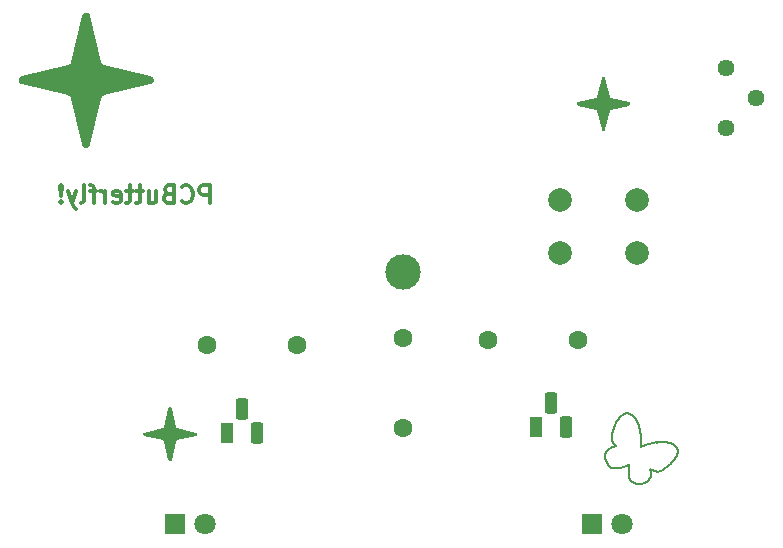
<source format=gbr>
%TF.GenerationSoftware,KiCad,Pcbnew,9.0.2*%
%TF.CreationDate,2025-06-28T05:17:50-07:00*%
%TF.ProjectId,butterfly5,62757474-6572-4666-9c79-352e6b696361,rev?*%
%TF.SameCoordinates,Original*%
%TF.FileFunction,Soldermask,Bot*%
%TF.FilePolarity,Negative*%
%FSLAX46Y46*%
G04 Gerber Fmt 4.6, Leading zero omitted, Abs format (unit mm)*
G04 Created by KiCad (PCBNEW 9.0.2) date 2025-06-28 05:17:50*
%MOMM*%
%LPD*%
G01*
G04 APERTURE LIST*
G04 Aperture macros list*
%AMRoundRect*
0 Rectangle with rounded corners*
0 $1 Rounding radius*
0 $2 $3 $4 $5 $6 $7 $8 $9 X,Y pos of 4 corners*
0 Add a 4 corners polygon primitive as box body*
4,1,4,$2,$3,$4,$5,$6,$7,$8,$9,$2,$3,0*
0 Add four circle primitives for the rounded corners*
1,1,$1+$1,$2,$3*
1,1,$1+$1,$4,$5*
1,1,$1+$1,$6,$7*
1,1,$1+$1,$8,$9*
0 Add four rect primitives between the rounded corners*
20,1,$1+$1,$2,$3,$4,$5,0*
20,1,$1+$1,$4,$5,$6,$7,0*
20,1,$1+$1,$6,$7,$8,$9,0*
20,1,$1+$1,$8,$9,$2,$3,0*%
G04 Aperture macros list end*
%ADD10C,0.000000*%
%ADD11C,0.132291*%
%ADD12C,0.300000*%
%ADD13C,1.600000*%
%ADD14R,1.800000X1.800000*%
%ADD15C,1.800000*%
%ADD16R,1.100000X1.800000*%
%ADD17RoundRect,0.275000X-0.275000X-0.625000X0.275000X-0.625000X0.275000X0.625000X-0.275000X0.625000X0*%
%ADD18C,3.000000*%
%ADD19C,2.000000*%
%ADD20C,1.440000*%
G04 APERTURE END LIST*
D10*
G36*
X128522195Y-107493469D02*
G01*
X128533954Y-107494807D01*
X128545580Y-107497036D01*
X128557008Y-107500157D01*
X128568171Y-107504170D01*
X128579003Y-107509074D01*
X128589439Y-107514870D01*
X128599411Y-107521558D01*
X128608854Y-107529138D01*
X128617702Y-107537609D01*
X128625888Y-107546972D01*
X128633346Y-107557226D01*
X128640011Y-107568373D01*
X128645815Y-107580411D01*
X128650693Y-107593340D01*
X128654579Y-107607162D01*
X129020741Y-109158908D01*
X129023502Y-109169006D01*
X129026935Y-109178798D01*
X129031013Y-109188257D01*
X129035711Y-109197358D01*
X129041002Y-109206073D01*
X129046860Y-109214377D01*
X129053260Y-109222245D01*
X129060174Y-109229649D01*
X129067578Y-109236564D01*
X129075445Y-109242964D01*
X129083749Y-109248823D01*
X129092464Y-109254115D01*
X129101564Y-109258813D01*
X129111023Y-109262892D01*
X129120815Y-109266325D01*
X129130913Y-109269087D01*
X130682663Y-109635249D01*
X130696485Y-109639134D01*
X130709415Y-109644012D01*
X130721453Y-109649817D01*
X130732600Y-109656481D01*
X130742855Y-109663940D01*
X130752218Y-109672126D01*
X130760689Y-109680973D01*
X130768269Y-109690416D01*
X130774957Y-109700389D01*
X130780753Y-109710824D01*
X130785657Y-109721657D01*
X130789670Y-109732820D01*
X130792791Y-109744248D01*
X130795020Y-109755874D01*
X130796358Y-109767632D01*
X130796804Y-109779457D01*
X130796358Y-109791282D01*
X130795020Y-109803041D01*
X130792791Y-109814667D01*
X130789670Y-109826095D01*
X130785657Y-109837258D01*
X130780753Y-109848090D01*
X130774957Y-109858526D01*
X130768269Y-109868498D01*
X130760689Y-109877941D01*
X130752218Y-109886789D01*
X130742855Y-109894975D01*
X130732600Y-109902433D01*
X130721453Y-109909098D01*
X130709415Y-109914902D01*
X130696485Y-109919780D01*
X130682663Y-109923666D01*
X129130913Y-110289828D01*
X129120815Y-110292589D01*
X129111023Y-110296022D01*
X129101564Y-110300100D01*
X129092464Y-110304798D01*
X129083749Y-110310089D01*
X129075445Y-110315947D01*
X129067578Y-110322347D01*
X129060174Y-110329261D01*
X129053260Y-110336665D01*
X129046860Y-110344532D01*
X129041002Y-110352836D01*
X129035711Y-110361551D01*
X129031013Y-110370651D01*
X129026935Y-110380110D01*
X129023502Y-110389902D01*
X129020741Y-110400000D01*
X128654579Y-111951750D01*
X128650693Y-111965572D01*
X128645815Y-111978502D01*
X128640011Y-111990540D01*
X128633346Y-112001687D01*
X128625888Y-112011942D01*
X128617702Y-112021305D01*
X128608854Y-112029776D01*
X128599411Y-112037356D01*
X128589439Y-112044044D01*
X128579003Y-112049840D01*
X128568171Y-112054744D01*
X128557008Y-112058757D01*
X128545580Y-112061878D01*
X128533954Y-112064107D01*
X128522195Y-112065445D01*
X128510370Y-112065891D01*
X128498545Y-112065445D01*
X128486787Y-112064107D01*
X128475161Y-112061878D01*
X128463733Y-112058757D01*
X128452570Y-112054744D01*
X128441737Y-112049840D01*
X128431302Y-112044044D01*
X128421329Y-112037356D01*
X128411886Y-112029776D01*
X128403039Y-112021305D01*
X128394853Y-112011942D01*
X128387394Y-112001687D01*
X128380730Y-111990540D01*
X128374925Y-111978502D01*
X128370047Y-111965572D01*
X128366162Y-111951750D01*
X128000000Y-110400000D01*
X127997238Y-110389902D01*
X127993805Y-110380110D01*
X127989726Y-110370651D01*
X127985028Y-110361551D01*
X127979736Y-110352836D01*
X127973877Y-110344532D01*
X127967477Y-110336665D01*
X127960562Y-110329261D01*
X127953158Y-110322347D01*
X127945290Y-110315947D01*
X127936986Y-110310089D01*
X127928271Y-110304798D01*
X127919170Y-110300100D01*
X127909711Y-110296022D01*
X127899919Y-110292589D01*
X127889821Y-110289828D01*
X126338075Y-109923666D01*
X126324253Y-109919780D01*
X126311324Y-109914902D01*
X126299286Y-109909098D01*
X126288139Y-109902433D01*
X126277885Y-109894975D01*
X126268522Y-109886789D01*
X126260051Y-109877941D01*
X126252471Y-109868498D01*
X126245783Y-109858526D01*
X126239987Y-109848090D01*
X126235083Y-109837258D01*
X126231070Y-109826095D01*
X126227949Y-109814667D01*
X126225720Y-109803041D01*
X126224382Y-109791282D01*
X126223937Y-109779457D01*
X126224382Y-109767632D01*
X126225720Y-109755874D01*
X126227949Y-109744248D01*
X126231070Y-109732820D01*
X126235083Y-109721657D01*
X126239987Y-109710824D01*
X126245783Y-109700389D01*
X126252471Y-109690416D01*
X126260051Y-109680973D01*
X126268522Y-109672126D01*
X126277885Y-109663940D01*
X126288139Y-109656481D01*
X126299286Y-109649817D01*
X126311324Y-109644012D01*
X126324253Y-109639134D01*
X126338075Y-109635249D01*
X127889821Y-109269087D01*
X127899919Y-109266325D01*
X127909711Y-109262892D01*
X127919170Y-109258813D01*
X127928271Y-109254115D01*
X127936986Y-109248823D01*
X127945290Y-109242964D01*
X127953158Y-109236564D01*
X127960562Y-109229649D01*
X127967477Y-109222245D01*
X127973877Y-109214377D01*
X127979736Y-109206073D01*
X127985028Y-109197358D01*
X127989726Y-109188257D01*
X127993805Y-109178798D01*
X127997238Y-109169006D01*
X128000000Y-109158908D01*
X128366162Y-107607162D01*
X128370047Y-107593340D01*
X128374925Y-107580411D01*
X128380730Y-107568373D01*
X128387394Y-107557226D01*
X128394853Y-107546972D01*
X128403039Y-107537609D01*
X128411886Y-107529138D01*
X128421329Y-107521558D01*
X128431302Y-107514870D01*
X128441737Y-107509074D01*
X128452570Y-107504170D01*
X128463733Y-107500157D01*
X128475161Y-107497036D01*
X128486787Y-107494807D01*
X128498545Y-107493469D01*
X128510370Y-107493023D01*
X128522195Y-107493469D01*
G37*
G36*
X165211825Y-79514012D02*
G01*
X165223584Y-79515350D01*
X165235210Y-79517579D01*
X165246638Y-79520700D01*
X165257801Y-79524713D01*
X165268633Y-79529617D01*
X165279069Y-79535413D01*
X165289041Y-79542101D01*
X165298484Y-79549681D01*
X165307332Y-79558152D01*
X165315518Y-79567515D01*
X165322976Y-79577769D01*
X165329641Y-79588916D01*
X165335445Y-79600954D01*
X165340323Y-79613883D01*
X165344209Y-79627705D01*
X165710371Y-81179451D01*
X165713132Y-81189549D01*
X165716565Y-81199341D01*
X165720643Y-81208800D01*
X165725341Y-81217901D01*
X165730632Y-81226616D01*
X165736490Y-81234920D01*
X165742890Y-81242788D01*
X165749804Y-81250192D01*
X165757208Y-81257107D01*
X165765075Y-81263507D01*
X165773379Y-81269366D01*
X165782094Y-81274658D01*
X165791194Y-81279356D01*
X165800653Y-81283435D01*
X165810445Y-81286868D01*
X165820543Y-81289630D01*
X167372293Y-81655792D01*
X167386115Y-81659677D01*
X167399045Y-81664555D01*
X167411083Y-81670360D01*
X167422230Y-81677024D01*
X167432485Y-81684483D01*
X167441848Y-81692669D01*
X167450319Y-81701516D01*
X167457899Y-81710959D01*
X167464587Y-81720932D01*
X167470383Y-81731367D01*
X167475287Y-81742200D01*
X167479300Y-81753363D01*
X167482421Y-81764791D01*
X167484650Y-81776417D01*
X167485988Y-81788175D01*
X167486434Y-81800000D01*
X167485988Y-81811825D01*
X167484650Y-81823584D01*
X167482421Y-81835210D01*
X167479300Y-81846638D01*
X167475287Y-81857801D01*
X167470383Y-81868633D01*
X167464587Y-81879069D01*
X167457899Y-81889041D01*
X167450319Y-81898484D01*
X167441848Y-81907332D01*
X167432485Y-81915518D01*
X167422230Y-81922976D01*
X167411083Y-81929641D01*
X167399045Y-81935445D01*
X167386115Y-81940323D01*
X167372293Y-81944209D01*
X165820543Y-82310371D01*
X165810445Y-82313132D01*
X165800653Y-82316565D01*
X165791194Y-82320643D01*
X165782094Y-82325341D01*
X165773379Y-82330632D01*
X165765075Y-82336490D01*
X165757208Y-82342890D01*
X165749804Y-82349804D01*
X165742890Y-82357208D01*
X165736490Y-82365075D01*
X165730632Y-82373379D01*
X165725341Y-82382094D01*
X165720643Y-82391194D01*
X165716565Y-82400653D01*
X165713132Y-82410445D01*
X165710371Y-82420543D01*
X165344209Y-83972293D01*
X165340323Y-83986115D01*
X165335445Y-83999045D01*
X165329641Y-84011083D01*
X165322976Y-84022230D01*
X165315518Y-84032485D01*
X165307332Y-84041848D01*
X165298484Y-84050319D01*
X165289041Y-84057899D01*
X165279069Y-84064587D01*
X165268633Y-84070383D01*
X165257801Y-84075287D01*
X165246638Y-84079300D01*
X165235210Y-84082421D01*
X165223584Y-84084650D01*
X165211825Y-84085988D01*
X165200000Y-84086434D01*
X165188175Y-84085988D01*
X165176417Y-84084650D01*
X165164791Y-84082421D01*
X165153363Y-84079300D01*
X165142200Y-84075287D01*
X165131367Y-84070383D01*
X165120932Y-84064587D01*
X165110959Y-84057899D01*
X165101516Y-84050319D01*
X165092669Y-84041848D01*
X165084483Y-84032485D01*
X165077024Y-84022230D01*
X165070360Y-84011083D01*
X165064555Y-83999045D01*
X165059677Y-83986115D01*
X165055792Y-83972293D01*
X164689630Y-82420543D01*
X164686868Y-82410445D01*
X164683435Y-82400653D01*
X164679356Y-82391194D01*
X164674658Y-82382094D01*
X164669366Y-82373379D01*
X164663507Y-82365075D01*
X164657107Y-82357208D01*
X164650192Y-82349804D01*
X164642788Y-82342890D01*
X164634920Y-82336490D01*
X164626616Y-82330632D01*
X164617901Y-82325341D01*
X164608800Y-82320643D01*
X164599341Y-82316565D01*
X164589549Y-82313132D01*
X164579451Y-82310371D01*
X163027705Y-81944209D01*
X163013883Y-81940323D01*
X163000954Y-81935445D01*
X162988916Y-81929641D01*
X162977769Y-81922976D01*
X162967515Y-81915518D01*
X162958152Y-81907332D01*
X162949681Y-81898484D01*
X162942101Y-81889041D01*
X162935413Y-81879069D01*
X162929617Y-81868633D01*
X162924713Y-81857801D01*
X162920700Y-81846638D01*
X162917579Y-81835210D01*
X162915350Y-81823584D01*
X162914012Y-81811825D01*
X162913567Y-81800000D01*
X162914012Y-81788175D01*
X162915350Y-81776417D01*
X162917579Y-81764791D01*
X162920700Y-81753363D01*
X162924713Y-81742200D01*
X162929617Y-81731367D01*
X162935413Y-81720932D01*
X162942101Y-81710959D01*
X162949681Y-81701516D01*
X162958152Y-81692669D01*
X162967515Y-81684483D01*
X162977769Y-81677024D01*
X162988916Y-81670360D01*
X163000954Y-81664555D01*
X163013883Y-81659677D01*
X163027705Y-81655792D01*
X164579451Y-81289630D01*
X164589549Y-81286868D01*
X164599341Y-81283435D01*
X164608800Y-81279356D01*
X164617901Y-81274658D01*
X164626616Y-81269366D01*
X164634920Y-81263507D01*
X164642788Y-81257107D01*
X164650192Y-81250192D01*
X164657107Y-81242788D01*
X164663507Y-81234920D01*
X164669366Y-81226616D01*
X164674658Y-81217901D01*
X164679356Y-81208800D01*
X164683435Y-81199341D01*
X164686868Y-81189549D01*
X164689630Y-81179451D01*
X165055792Y-79627705D01*
X165059677Y-79613883D01*
X165064555Y-79600954D01*
X165070360Y-79588916D01*
X165077024Y-79577769D01*
X165084483Y-79567515D01*
X165092669Y-79558152D01*
X165101516Y-79549681D01*
X165110959Y-79542101D01*
X165120932Y-79535413D01*
X165131367Y-79529617D01*
X165142200Y-79524713D01*
X165153363Y-79520700D01*
X165164791Y-79517579D01*
X165176417Y-79515350D01*
X165188175Y-79514012D01*
X165200000Y-79513566D01*
X165211825Y-79514012D01*
G37*
D11*
X167208542Y-108002497D02*
X167247352Y-108005529D01*
X167286482Y-108011276D01*
X167325914Y-108019821D01*
X167365625Y-108031248D01*
X167402945Y-108044205D01*
X167439276Y-108058556D01*
X167474629Y-108074248D01*
X167509018Y-108091225D01*
X167542454Y-108109435D01*
X167574952Y-108128821D01*
X167606523Y-108149330D01*
X167637181Y-108170908D01*
X167666938Y-108193501D01*
X167695806Y-108217053D01*
X167750929Y-108266819D01*
X167802653Y-108319774D01*
X167851077Y-108375481D01*
X167896306Y-108433507D01*
X167938439Y-108493416D01*
X167977580Y-108554774D01*
X168013829Y-108617147D01*
X168047289Y-108680099D01*
X168078061Y-108743197D01*
X168106248Y-108806004D01*
X168131951Y-108868087D01*
X168155593Y-108929881D01*
X168177061Y-108990517D01*
X168196445Y-109049602D01*
X168213833Y-109106743D01*
X168229316Y-109161548D01*
X168242984Y-109213625D01*
X168254927Y-109262581D01*
X168265235Y-109308023D01*
X168274018Y-109349658D01*
X168281354Y-109387068D01*
X168287332Y-109419864D01*
X168292037Y-109447657D01*
X168293938Y-109459568D01*
X168295559Y-109470087D01*
X168297990Y-109486763D01*
X168298828Y-109492817D01*
X168299419Y-109497293D01*
X168299604Y-109498801D01*
X168300133Y-109501434D01*
X168302805Y-109515470D01*
X168306989Y-109537725D01*
X168312463Y-109567381D01*
X168326403Y-109645570D01*
X168334441Y-109692447D01*
X168342903Y-109743395D01*
X168360209Y-109854054D01*
X168376685Y-109971583D01*
X168384054Y-110030795D01*
X168390545Y-110089169D01*
X168395935Y-110145855D01*
X168400000Y-110200000D01*
X168403008Y-110259794D01*
X168404786Y-110322547D01*
X168405480Y-110387298D01*
X168405236Y-110453084D01*
X168402515Y-110583913D01*
X168397791Y-110707338D01*
X168393156Y-110798940D01*
X168388530Y-110876553D01*
X169006293Y-110623069D01*
X169010963Y-110621137D01*
X169015897Y-110619946D01*
X169689830Y-110457506D01*
X169694104Y-110456487D01*
X169698482Y-110456024D01*
X169705348Y-110521813D01*
X169698509Y-110456024D01*
X169698514Y-110456024D01*
X169698521Y-110456024D01*
X169698525Y-110456023D01*
X169698529Y-110456023D01*
X169698533Y-110456023D01*
X169698537Y-110456022D01*
X169698541Y-110456022D01*
X169698546Y-110456021D01*
X169698551Y-110456020D01*
X169698555Y-110456018D01*
X169698560Y-110456017D01*
X169698565Y-110456015D01*
X169698570Y-110456013D01*
X169698575Y-110456011D01*
X169698585Y-110456010D01*
X169698596Y-110456010D01*
X169698617Y-110456008D01*
X169698641Y-110456006D01*
X169698666Y-110456002D01*
X169698786Y-110455984D01*
X169699527Y-110455918D01*
X169700688Y-110455794D01*
X169701425Y-110455719D01*
X169702266Y-110455640D01*
X169706642Y-110455215D01*
X169712625Y-110454661D01*
X169729210Y-110453186D01*
X169751651Y-110451354D01*
X169779586Y-110449265D01*
X169812667Y-110447046D01*
X169850524Y-110444815D01*
X169892792Y-110442689D01*
X169989122Y-110439220D01*
X170042517Y-110438115D01*
X170098911Y-110437591D01*
X170157938Y-110437766D01*
X170219230Y-110438762D01*
X170282422Y-110440698D01*
X170347148Y-110443694D01*
X170413002Y-110447865D01*
X170479829Y-110453349D01*
X170547250Y-110460276D01*
X170614887Y-110468774D01*
X170682359Y-110478972D01*
X170749289Y-110490999D01*
X170815297Y-110504985D01*
X170880006Y-110521059D01*
X170911612Y-110529876D01*
X170942915Y-110539306D01*
X170973855Y-110549374D01*
X171004372Y-110560101D01*
X171034406Y-110571511D01*
X171063897Y-110583627D01*
X171092786Y-110596471D01*
X171121011Y-110610068D01*
X171148514Y-110624439D01*
X171175234Y-110639608D01*
X171201112Y-110655598D01*
X171226087Y-110672432D01*
X171250099Y-110690132D01*
X171273089Y-110708723D01*
X171294996Y-110728227D01*
X171315761Y-110748666D01*
X171344953Y-110780896D01*
X171371240Y-110813978D01*
X171394689Y-110847863D01*
X171415367Y-110882503D01*
X171433341Y-110917848D01*
X171448676Y-110953851D01*
X171461440Y-110990461D01*
X171471698Y-111027631D01*
X171479518Y-111065312D01*
X171484967Y-111103454D01*
X171488110Y-111142009D01*
X171489014Y-111180928D01*
X171487746Y-111220163D01*
X171484372Y-111259663D01*
X171478959Y-111299382D01*
X171471574Y-111339269D01*
X171462430Y-111378740D01*
X171451500Y-111418347D01*
X171438847Y-111458056D01*
X171424536Y-111497835D01*
X171408629Y-111537651D01*
X171391191Y-111577471D01*
X171372285Y-111617263D01*
X171351974Y-111656992D01*
X171330323Y-111696628D01*
X171307394Y-111736136D01*
X171283252Y-111775484D01*
X171257959Y-111814639D01*
X171231580Y-111853569D01*
X171204179Y-111892239D01*
X171175817Y-111930618D01*
X171146560Y-111968673D01*
X171085445Y-112043880D01*
X171021028Y-112117902D01*
X170953732Y-112190482D01*
X170883979Y-112261361D01*
X170812192Y-112330284D01*
X170738793Y-112396992D01*
X170664205Y-112461228D01*
X170588852Y-112522734D01*
X170513154Y-112581253D01*
X170437536Y-112636529D01*
X170362420Y-112688303D01*
X170288227Y-112736318D01*
X170215382Y-112780316D01*
X170144307Y-112820041D01*
X170075424Y-112855235D01*
X170009156Y-112885640D01*
X169982514Y-112896374D01*
X169955797Y-112905691D01*
X169929023Y-112913634D01*
X169902211Y-112920247D01*
X169875380Y-112925573D01*
X169848548Y-112929656D01*
X169794955Y-112934263D01*
X169741581Y-112934417D01*
X169688574Y-112930464D01*
X169636084Y-112922752D01*
X169584258Y-112911627D01*
X169533246Y-112897436D01*
X169483196Y-112880528D01*
X169434256Y-112861248D01*
X169386575Y-112839944D01*
X169340301Y-112816963D01*
X169295583Y-112792652D01*
X169252571Y-112767358D01*
X169211411Y-112741429D01*
X169190295Y-112727474D01*
X169169622Y-112713383D01*
X169149407Y-112699202D01*
X169129668Y-112684980D01*
X169131150Y-112688406D01*
X169146346Y-112725208D01*
X169161056Y-112763456D01*
X169175058Y-112802997D01*
X169188134Y-112843673D01*
X169200062Y-112885330D01*
X169210622Y-112927813D01*
X169219595Y-112970965D01*
X169226760Y-113014632D01*
X169231897Y-113058659D01*
X169234785Y-113102889D01*
X169235205Y-113147167D01*
X169232937Y-113191339D01*
X169227759Y-113235248D01*
X169219453Y-113278739D01*
X169207798Y-113321658D01*
X169200645Y-113342853D01*
X169192573Y-113363847D01*
X169168886Y-113417023D01*
X169142279Y-113468046D01*
X169112893Y-113516880D01*
X169080864Y-113563493D01*
X169046332Y-113607850D01*
X169009434Y-113649917D01*
X168970310Y-113689661D01*
X168929096Y-113727046D01*
X168885933Y-113762041D01*
X168840957Y-113794609D01*
X168794309Y-113824717D01*
X168746125Y-113852332D01*
X168696544Y-113877419D01*
X168645705Y-113899945D01*
X168593747Y-113919875D01*
X168540806Y-113937175D01*
X168487023Y-113951811D01*
X168432535Y-113963750D01*
X168377480Y-113972957D01*
X168321997Y-113979398D01*
X168266225Y-113983040D01*
X168210301Y-113983848D01*
X168154365Y-113981789D01*
X168098554Y-113976828D01*
X168043007Y-113968931D01*
X167987862Y-113958065D01*
X167933258Y-113944195D01*
X167879333Y-113927287D01*
X167826225Y-113907308D01*
X167774073Y-113884223D01*
X167723015Y-113857999D01*
X167673190Y-113828601D01*
X167645737Y-113810113D01*
X167619726Y-113790235D01*
X167595120Y-113769037D01*
X167571882Y-113746589D01*
X167549978Y-113722960D01*
X167529370Y-113698219D01*
X167510022Y-113672438D01*
X167491897Y-113645685D01*
X167474960Y-113618030D01*
X167459175Y-113589543D01*
X167444504Y-113560293D01*
X167430912Y-113530350D01*
X167418363Y-113499784D01*
X167406820Y-113468664D01*
X167396246Y-113437061D01*
X167386606Y-113405043D01*
X167377829Y-113372556D01*
X167369871Y-113339611D01*
X167362706Y-113306262D01*
X167356303Y-113272562D01*
X167350634Y-113238563D01*
X167345670Y-113204319D01*
X167337743Y-113135304D01*
X167332290Y-113065940D01*
X167329082Y-112996651D01*
X167327888Y-112927860D01*
X167328477Y-112859988D01*
X167330637Y-112793098D01*
X167334160Y-112727650D01*
X167338836Y-112664046D01*
X167344458Y-112602684D01*
X167350817Y-112543966D01*
X167357703Y-112488290D01*
X167372226Y-112387667D01*
X167377622Y-112354371D01*
X167382889Y-112323545D01*
X167346932Y-112341810D01*
X167327540Y-112351486D01*
X167307244Y-112361474D01*
X167259062Y-112384636D01*
X167206869Y-112408891D01*
X167151025Y-112433890D01*
X167091887Y-112459282D01*
X167029815Y-112484715D01*
X166965167Y-112509838D01*
X166898302Y-112534302D01*
X166829579Y-112557755D01*
X166759420Y-112579828D01*
X166687834Y-112600272D01*
X166615196Y-112618706D01*
X166541882Y-112634747D01*
X166468269Y-112648014D01*
X166431468Y-112653488D01*
X166394733Y-112658126D01*
X166358111Y-112661880D01*
X166321650Y-112664701D01*
X166285396Y-112666544D01*
X166249397Y-112667358D01*
X166213628Y-112667098D01*
X166178041Y-112665700D01*
X166142697Y-112663105D01*
X166107661Y-112659251D01*
X166072994Y-112654079D01*
X166038759Y-112647527D01*
X166005021Y-112639536D01*
X165971841Y-112630044D01*
X165939282Y-112618991D01*
X165907407Y-112606316D01*
X165876280Y-112591960D01*
X165845963Y-112575860D01*
X165816519Y-112557958D01*
X165788010Y-112538192D01*
X165760501Y-112516501D01*
X165734053Y-112492826D01*
X165693746Y-112452646D01*
X165655175Y-112410656D01*
X165618424Y-112366988D01*
X165583575Y-112321771D01*
X165550710Y-112275137D01*
X165519912Y-112227217D01*
X165491263Y-112178142D01*
X165464847Y-112128043D01*
X165440745Y-112077051D01*
X165419041Y-112025297D01*
X165399817Y-111972911D01*
X165383155Y-111920026D01*
X165369139Y-111866771D01*
X165357850Y-111813278D01*
X165349372Y-111759677D01*
X165343786Y-111706101D01*
X165341173Y-111652076D01*
X165341703Y-111598327D01*
X165345458Y-111545007D01*
X165352519Y-111492267D01*
X165362970Y-111440260D01*
X165376893Y-111389140D01*
X165394369Y-111339057D01*
X165415481Y-111290166D01*
X165440312Y-111242618D01*
X165468944Y-111196566D01*
X165501458Y-111152163D01*
X165537938Y-111109560D01*
X165578465Y-111068912D01*
X165623122Y-111030370D01*
X165671991Y-110994086D01*
X165725154Y-110960214D01*
X165763251Y-110938397D01*
X165800869Y-110918095D01*
X165837990Y-110899261D01*
X165874597Y-110881848D01*
X165910672Y-110865809D01*
X165946199Y-110851096D01*
X165981158Y-110837663D01*
X166015533Y-110825463D01*
X166049307Y-110814449D01*
X166082462Y-110804574D01*
X166114980Y-110795790D01*
X166146844Y-110788051D01*
X166178037Y-110781310D01*
X166208540Y-110775520D01*
X166267411Y-110766605D01*
X166251693Y-110755161D01*
X166236034Y-110743224D01*
X166220461Y-110730785D01*
X166204998Y-110717831D01*
X166189669Y-110704352D01*
X166174500Y-110690336D01*
X166159516Y-110675774D01*
X166144742Y-110660653D01*
X166121745Y-110635448D01*
X166099502Y-110608853D01*
X166078103Y-110580838D01*
X166057638Y-110551372D01*
X166038197Y-110520424D01*
X166019869Y-110487965D01*
X166002746Y-110453964D01*
X165986917Y-110418390D01*
X165972472Y-110381214D01*
X165959501Y-110342405D01*
X165948094Y-110301932D01*
X165938342Y-110259766D01*
X165930334Y-110215875D01*
X165924160Y-110170230D01*
X165919911Y-110122800D01*
X165917677Y-110073555D01*
X165917956Y-110001953D01*
X165922038Y-109926206D01*
X165929818Y-109846782D01*
X165941190Y-109764152D01*
X165956052Y-109678783D01*
X165974299Y-109591144D01*
X165995826Y-109501705D01*
X166020529Y-109410933D01*
X166048304Y-109319298D01*
X166079047Y-109227269D01*
X166112652Y-109135313D01*
X166149017Y-109043901D01*
X166188037Y-108953501D01*
X166229607Y-108864582D01*
X166273623Y-108777612D01*
X166319981Y-108693060D01*
X166344097Y-108651683D01*
X166368838Y-108610964D01*
X166394195Y-108570971D01*
X166420158Y-108531771D01*
X166446718Y-108493430D01*
X166473866Y-108456015D01*
X166501592Y-108419593D01*
X166529886Y-108384231D01*
X166558738Y-108349995D01*
X166588140Y-108316952D01*
X166618082Y-108285169D01*
X166648554Y-108254713D01*
X166679546Y-108225650D01*
X166711049Y-108198047D01*
X166743054Y-108171971D01*
X166775551Y-108147488D01*
X166808865Y-108124453D01*
X166842752Y-108103131D01*
X166877191Y-108083605D01*
X166912162Y-108065960D01*
X166947644Y-108050278D01*
X166983614Y-108036643D01*
X167020054Y-108025139D01*
X167056940Y-108015849D01*
X167094254Y-108008856D01*
X167131972Y-108004244D01*
X167170076Y-108002097D01*
X167208542Y-108002497D01*
D10*
G36*
X121429562Y-74085030D02*
G01*
X121458959Y-74088374D01*
X121488024Y-74093947D01*
X121516594Y-74101750D01*
X121544502Y-74111782D01*
X121571583Y-74124043D01*
X121597671Y-74138533D01*
X121622602Y-74155252D01*
X121646210Y-74174201D01*
X121668329Y-74195379D01*
X121688794Y-74218786D01*
X121707440Y-74244423D01*
X121724101Y-74272289D01*
X121738612Y-74302384D01*
X121750807Y-74334708D01*
X121760521Y-74369262D01*
X122675926Y-78248626D01*
X122682830Y-78273873D01*
X122691412Y-78298353D01*
X122701607Y-78322001D01*
X122713351Y-78344751D01*
X122726579Y-78366540D01*
X122741225Y-78387301D01*
X122757223Y-78406969D01*
X122774510Y-78425480D01*
X122793020Y-78442768D01*
X122812687Y-78458768D01*
X122833447Y-78473415D01*
X122855235Y-78486644D01*
X122877985Y-78498389D01*
X122901632Y-78508586D01*
X122926112Y-78517169D01*
X122951358Y-78524074D01*
X126830732Y-79439478D01*
X126865286Y-79449193D01*
X126897611Y-79461388D01*
X126927707Y-79475899D01*
X126955574Y-79492560D01*
X126981211Y-79511206D01*
X127004619Y-79531671D01*
X127025797Y-79553790D01*
X127044746Y-79577398D01*
X127061466Y-79602329D01*
X127075957Y-79628417D01*
X127088218Y-79655498D01*
X127098250Y-79683406D01*
X127106052Y-79711976D01*
X127111626Y-79741042D01*
X127114970Y-79770438D01*
X127116084Y-79800000D01*
X127114970Y-79829562D01*
X127111626Y-79858959D01*
X127106052Y-79888024D01*
X127098250Y-79916594D01*
X127088218Y-79944502D01*
X127075957Y-79971583D01*
X127061466Y-79997671D01*
X127044746Y-80022602D01*
X127025797Y-80046210D01*
X127004619Y-80068329D01*
X126981211Y-80088794D01*
X126955574Y-80107440D01*
X126927707Y-80124101D01*
X126897611Y-80138612D01*
X126865286Y-80150807D01*
X126830732Y-80160521D01*
X122951358Y-81075926D01*
X122926112Y-81082830D01*
X122901632Y-81091412D01*
X122877985Y-81101607D01*
X122855235Y-81113351D01*
X122833447Y-81126579D01*
X122812687Y-81141225D01*
X122793020Y-81157223D01*
X122774510Y-81174510D01*
X122757223Y-81193020D01*
X122741225Y-81212687D01*
X122726579Y-81233447D01*
X122713351Y-81255235D01*
X122701607Y-81277985D01*
X122691412Y-81301632D01*
X122682830Y-81326112D01*
X122675926Y-81351358D01*
X121760521Y-85230732D01*
X121750807Y-85265286D01*
X121738612Y-85297611D01*
X121724101Y-85327707D01*
X121707440Y-85355574D01*
X121688794Y-85381211D01*
X121668329Y-85404619D01*
X121646210Y-85425797D01*
X121622602Y-85444746D01*
X121597671Y-85461466D01*
X121571583Y-85475957D01*
X121544502Y-85488218D01*
X121516594Y-85498250D01*
X121488024Y-85506052D01*
X121458959Y-85511626D01*
X121429562Y-85514970D01*
X121400000Y-85516084D01*
X121370438Y-85514970D01*
X121341042Y-85511626D01*
X121311976Y-85506052D01*
X121283406Y-85498250D01*
X121255498Y-85488218D01*
X121228417Y-85475957D01*
X121202329Y-85461466D01*
X121177398Y-85444746D01*
X121153790Y-85425797D01*
X121131671Y-85404619D01*
X121111206Y-85381211D01*
X121092560Y-85355574D01*
X121075899Y-85327707D01*
X121061388Y-85297611D01*
X121049193Y-85265286D01*
X121039478Y-85230732D01*
X120124074Y-81351358D01*
X120117169Y-81326112D01*
X120108586Y-81301632D01*
X120098389Y-81277985D01*
X120086644Y-81255235D01*
X120073415Y-81233447D01*
X120058768Y-81212687D01*
X120042768Y-81193020D01*
X120025480Y-81174510D01*
X120006969Y-81157223D01*
X119987301Y-81141225D01*
X119966540Y-81126579D01*
X119944751Y-81113351D01*
X119922001Y-81101607D01*
X119898353Y-81091412D01*
X119873873Y-81082830D01*
X119848626Y-81075926D01*
X115969262Y-80160521D01*
X115934708Y-80150807D01*
X115902384Y-80138612D01*
X115872289Y-80124101D01*
X115844423Y-80107440D01*
X115818786Y-80088794D01*
X115795379Y-80068329D01*
X115774201Y-80046210D01*
X115755252Y-80022602D01*
X115738533Y-79997671D01*
X115724043Y-79971583D01*
X115711782Y-79944502D01*
X115701750Y-79916594D01*
X115693947Y-79888024D01*
X115688374Y-79858959D01*
X115685030Y-79829562D01*
X115683916Y-79800000D01*
X115685030Y-79770438D01*
X115688374Y-79741042D01*
X115693947Y-79711976D01*
X115701750Y-79683406D01*
X115711782Y-79655498D01*
X115724043Y-79628417D01*
X115738533Y-79602329D01*
X115755252Y-79577398D01*
X115774201Y-79553790D01*
X115795379Y-79531671D01*
X115818786Y-79511206D01*
X115844423Y-79492560D01*
X115872289Y-79475899D01*
X115902384Y-79461388D01*
X115934708Y-79449193D01*
X115969262Y-79439478D01*
X119848626Y-78524074D01*
X119873873Y-78517169D01*
X119898353Y-78508586D01*
X119922001Y-78498389D01*
X119944751Y-78486644D01*
X119966540Y-78473415D01*
X119987301Y-78458768D01*
X120006969Y-78442768D01*
X120025480Y-78425480D01*
X120042768Y-78406969D01*
X120058768Y-78387301D01*
X120073415Y-78366540D01*
X120086644Y-78344751D01*
X120098389Y-78322001D01*
X120108586Y-78298353D01*
X120117169Y-78273873D01*
X120124074Y-78248626D01*
X121039478Y-74369261D01*
X121049193Y-74334708D01*
X121061388Y-74302383D01*
X121075899Y-74272288D01*
X121092560Y-74244423D01*
X121111206Y-74218786D01*
X121131671Y-74195379D01*
X121153790Y-74174201D01*
X121177398Y-74155252D01*
X121202329Y-74138533D01*
X121228417Y-74124042D01*
X121255498Y-74111781D01*
X121283406Y-74101750D01*
X121311976Y-74093947D01*
X121341042Y-74088374D01*
X121370438Y-74085030D01*
X121400000Y-74083916D01*
X121429562Y-74085030D01*
G37*
D12*
X131845489Y-90200828D02*
X131845489Y-88700828D01*
X131845489Y-88700828D02*
X131274060Y-88700828D01*
X131274060Y-88700828D02*
X131131203Y-88772257D01*
X131131203Y-88772257D02*
X131059774Y-88843685D01*
X131059774Y-88843685D02*
X130988346Y-88986542D01*
X130988346Y-88986542D02*
X130988346Y-89200828D01*
X130988346Y-89200828D02*
X131059774Y-89343685D01*
X131059774Y-89343685D02*
X131131203Y-89415114D01*
X131131203Y-89415114D02*
X131274060Y-89486542D01*
X131274060Y-89486542D02*
X131845489Y-89486542D01*
X129488346Y-90057971D02*
X129559774Y-90129400D01*
X129559774Y-90129400D02*
X129774060Y-90200828D01*
X129774060Y-90200828D02*
X129916917Y-90200828D01*
X129916917Y-90200828D02*
X130131203Y-90129400D01*
X130131203Y-90129400D02*
X130274060Y-89986542D01*
X130274060Y-89986542D02*
X130345489Y-89843685D01*
X130345489Y-89843685D02*
X130416917Y-89557971D01*
X130416917Y-89557971D02*
X130416917Y-89343685D01*
X130416917Y-89343685D02*
X130345489Y-89057971D01*
X130345489Y-89057971D02*
X130274060Y-88915114D01*
X130274060Y-88915114D02*
X130131203Y-88772257D01*
X130131203Y-88772257D02*
X129916917Y-88700828D01*
X129916917Y-88700828D02*
X129774060Y-88700828D01*
X129774060Y-88700828D02*
X129559774Y-88772257D01*
X129559774Y-88772257D02*
X129488346Y-88843685D01*
X128345489Y-89415114D02*
X128131203Y-89486542D01*
X128131203Y-89486542D02*
X128059774Y-89557971D01*
X128059774Y-89557971D02*
X127988346Y-89700828D01*
X127988346Y-89700828D02*
X127988346Y-89915114D01*
X127988346Y-89915114D02*
X128059774Y-90057971D01*
X128059774Y-90057971D02*
X128131203Y-90129400D01*
X128131203Y-90129400D02*
X128274060Y-90200828D01*
X128274060Y-90200828D02*
X128845489Y-90200828D01*
X128845489Y-90200828D02*
X128845489Y-88700828D01*
X128845489Y-88700828D02*
X128345489Y-88700828D01*
X128345489Y-88700828D02*
X128202632Y-88772257D01*
X128202632Y-88772257D02*
X128131203Y-88843685D01*
X128131203Y-88843685D02*
X128059774Y-88986542D01*
X128059774Y-88986542D02*
X128059774Y-89129400D01*
X128059774Y-89129400D02*
X128131203Y-89272257D01*
X128131203Y-89272257D02*
X128202632Y-89343685D01*
X128202632Y-89343685D02*
X128345489Y-89415114D01*
X128345489Y-89415114D02*
X128845489Y-89415114D01*
X126702632Y-89200828D02*
X126702632Y-90200828D01*
X127345489Y-89200828D02*
X127345489Y-89986542D01*
X127345489Y-89986542D02*
X127274060Y-90129400D01*
X127274060Y-90129400D02*
X127131203Y-90200828D01*
X127131203Y-90200828D02*
X126916917Y-90200828D01*
X126916917Y-90200828D02*
X126774060Y-90129400D01*
X126774060Y-90129400D02*
X126702632Y-90057971D01*
X126202631Y-89200828D02*
X125631203Y-89200828D01*
X125988346Y-88700828D02*
X125988346Y-89986542D01*
X125988346Y-89986542D02*
X125916917Y-90129400D01*
X125916917Y-90129400D02*
X125774060Y-90200828D01*
X125774060Y-90200828D02*
X125631203Y-90200828D01*
X125345488Y-89200828D02*
X124774060Y-89200828D01*
X125131203Y-88700828D02*
X125131203Y-89986542D01*
X125131203Y-89986542D02*
X125059774Y-90129400D01*
X125059774Y-90129400D02*
X124916917Y-90200828D01*
X124916917Y-90200828D02*
X124774060Y-90200828D01*
X123702631Y-90129400D02*
X123845488Y-90200828D01*
X123845488Y-90200828D02*
X124131203Y-90200828D01*
X124131203Y-90200828D02*
X124274060Y-90129400D01*
X124274060Y-90129400D02*
X124345488Y-89986542D01*
X124345488Y-89986542D02*
X124345488Y-89415114D01*
X124345488Y-89415114D02*
X124274060Y-89272257D01*
X124274060Y-89272257D02*
X124131203Y-89200828D01*
X124131203Y-89200828D02*
X123845488Y-89200828D01*
X123845488Y-89200828D02*
X123702631Y-89272257D01*
X123702631Y-89272257D02*
X123631203Y-89415114D01*
X123631203Y-89415114D02*
X123631203Y-89557971D01*
X123631203Y-89557971D02*
X124345488Y-89700828D01*
X122988346Y-90200828D02*
X122988346Y-89200828D01*
X122988346Y-89486542D02*
X122916917Y-89343685D01*
X122916917Y-89343685D02*
X122845489Y-89272257D01*
X122845489Y-89272257D02*
X122702631Y-89200828D01*
X122702631Y-89200828D02*
X122559774Y-89200828D01*
X122274060Y-89200828D02*
X121702632Y-89200828D01*
X122059775Y-90200828D02*
X122059775Y-88915114D01*
X122059775Y-88915114D02*
X121988346Y-88772257D01*
X121988346Y-88772257D02*
X121845489Y-88700828D01*
X121845489Y-88700828D02*
X121702632Y-88700828D01*
X120988346Y-90200828D02*
X121131203Y-90129400D01*
X121131203Y-90129400D02*
X121202632Y-89986542D01*
X121202632Y-89986542D02*
X121202632Y-88700828D01*
X120559775Y-89200828D02*
X120202632Y-90200828D01*
X119845489Y-89200828D02*
X120202632Y-90200828D01*
X120202632Y-90200828D02*
X120345489Y-90557971D01*
X120345489Y-90557971D02*
X120416918Y-90629400D01*
X120416918Y-90629400D02*
X120559775Y-90700828D01*
X119274061Y-90057971D02*
X119202632Y-90129400D01*
X119202632Y-90129400D02*
X119274061Y-90200828D01*
X119274061Y-90200828D02*
X119345489Y-90129400D01*
X119345489Y-90129400D02*
X119274061Y-90057971D01*
X119274061Y-90057971D02*
X119274061Y-90200828D01*
X119274061Y-89629400D02*
X119345489Y-88772257D01*
X119345489Y-88772257D02*
X119274061Y-88700828D01*
X119274061Y-88700828D02*
X119202632Y-88772257D01*
X119202632Y-88772257D02*
X119274061Y-89629400D01*
X119274061Y-89629400D02*
X119274061Y-88700828D01*
D13*
%TO.C,R3*%
X155380000Y-101800000D03*
X163000000Y-101800000D03*
%TD*%
%TO.C,R2*%
X148200000Y-109210000D03*
X148200000Y-101590000D03*
%TD*%
D14*
%TO.C,D2*%
X164260000Y-117400000D03*
D15*
X166800000Y-117400000D03*
%TD*%
D16*
%TO.C,Q2*%
X159460000Y-109200000D03*
D17*
X160730000Y-107130000D03*
X162000000Y-109200000D03*
%TD*%
D16*
%TO.C,Q1*%
X133330000Y-109670000D03*
D17*
X134600000Y-107600000D03*
X135870000Y-109670000D03*
%TD*%
D13*
%TO.C,R1*%
X131590000Y-102200000D03*
X139210000Y-102200000D03*
%TD*%
D14*
%TO.C,D1*%
X128925000Y-117400000D03*
D15*
X131465000Y-117400000D03*
%TD*%
D18*
%TO.C,REF\u002A\u002A*%
X148200000Y-96000000D03*
%TD*%
D19*
%TO.C,SW1*%
X161500000Y-89900000D03*
X168000000Y-89900000D03*
X161500000Y-94400000D03*
X168000000Y-94400000D03*
%TD*%
D20*
%TO.C,RV1*%
X175600000Y-83880000D03*
X178140000Y-81340000D03*
X175600000Y-78800000D03*
%TD*%
M02*

</source>
